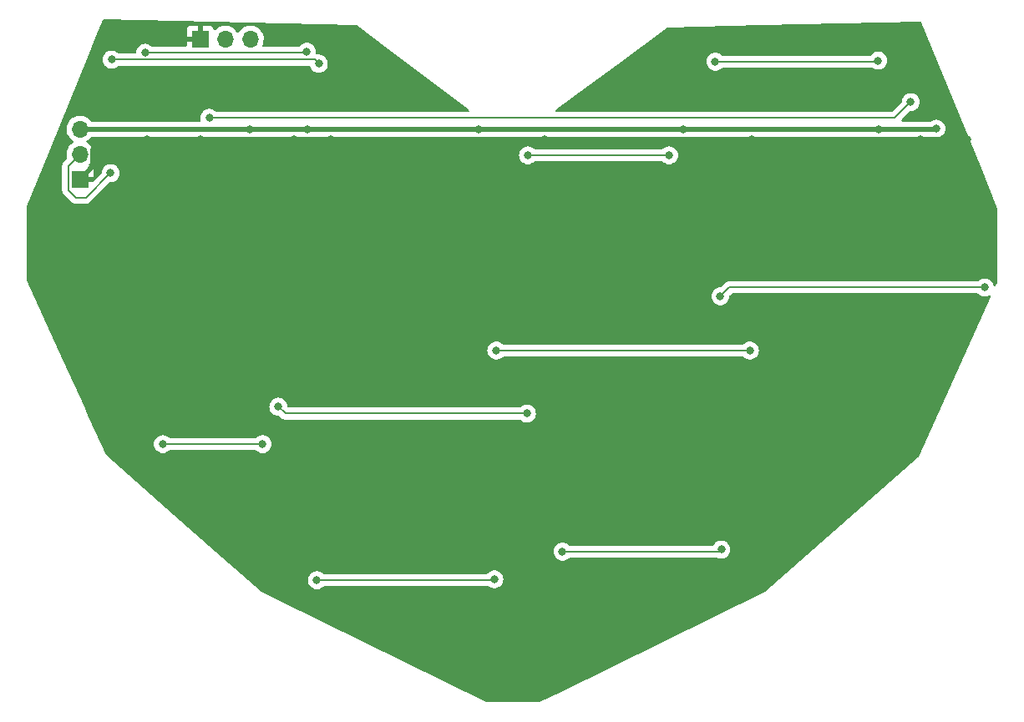
<source format=gbl>
%TF.GenerationSoftware,KiCad,Pcbnew,6.0.4-6f826c9f35~116~ubuntu20.04.1*%
%TF.CreationDate,2022-04-29T19:57:12-06:00*%
%TF.ProjectId,heart,68656172-742e-46b6-9963-61645f706362,rev?*%
%TF.SameCoordinates,Original*%
%TF.FileFunction,Copper,L2,Bot*%
%TF.FilePolarity,Positive*%
%FSLAX46Y46*%
G04 Gerber Fmt 4.6, Leading zero omitted, Abs format (unit mm)*
G04 Created by KiCad (PCBNEW 6.0.4-6f826c9f35~116~ubuntu20.04.1) date 2022-04-29 19:57:12*
%MOMM*%
%LPD*%
G01*
G04 APERTURE LIST*
%TA.AperFunction,ComponentPad*%
%ADD10R,1.700000X1.700000*%
%TD*%
%TA.AperFunction,ComponentPad*%
%ADD11O,1.700000X1.700000*%
%TD*%
%TA.AperFunction,ViaPad*%
%ADD12C,0.800000*%
%TD*%
%TA.AperFunction,Conductor*%
%ADD13C,0.200000*%
%TD*%
%TA.AperFunction,Conductor*%
%ADD14C,0.500000*%
%TD*%
G04 APERTURE END LIST*
D10*
%TO.P,J2,1,Pin_1*%
%TO.N,GND*%
X51575000Y-86300000D03*
D11*
%TO.P,J2,2,Pin_2*%
%TO.N,/SIG_OUT*%
X54115000Y-86300000D03*
%TO.P,J2,3,Pin_3*%
%TO.N,VCC*%
X56655000Y-86300000D03*
%TD*%
D10*
%TO.P,J1,1,Pin_1*%
%TO.N,GND*%
X39400000Y-100515000D03*
D11*
%TO.P,J1,2,Pin_2*%
%TO.N,/SIG_IN*%
X39400000Y-97975000D03*
%TO.P,J1,3,Pin_3*%
%TO.N,VCC*%
X39400000Y-95435000D03*
%TD*%
D12*
%TO.N,GND*%
X126500000Y-91400000D03*
X130500000Y-101900000D03*
X129200000Y-116800000D03*
X125800000Y-120300000D03*
X124300000Y-98800000D03*
X121400000Y-97800000D03*
X122300000Y-129200000D03*
X105200000Y-133900000D03*
X106300000Y-138400000D03*
X109700000Y-136800000D03*
X117600000Y-129400000D03*
X116700000Y-113700000D03*
X116600000Y-109800000D03*
X116100000Y-98000000D03*
X106000000Y-91100000D03*
X117600000Y-91500000D03*
X117400000Y-86400000D03*
X107200000Y-86500000D03*
X96700000Y-88600000D03*
X101300000Y-115900000D03*
X88500000Y-120000000D03*
X101100000Y-135300000D03*
X102100000Y-142500000D03*
X87500000Y-152100000D03*
X83900000Y-134200000D03*
X84400000Y-114500000D03*
X82900000Y-104300000D03*
X66200000Y-107400000D03*
X77600000Y-113300000D03*
X64500000Y-130900000D03*
X77400000Y-130900000D03*
X66700000Y-145400000D03*
X78200000Y-151000000D03*
X68100000Y-86600000D03*
X76600000Y-92900000D03*
X59300000Y-106900000D03*
X59300000Y-91000000D03*
X58300000Y-119000000D03*
X52000000Y-113000000D03*
X52000000Y-135000000D03*
X48000000Y-86000000D03*
X64800000Y-96500000D03*
X51600000Y-96500000D03*
%TO.N,Net-(D15-Pad2)*%
X123600000Y-92700000D03*
X52500000Y-94300000D03*
%TO.N,Net-(D13-Pad2)*%
X103800000Y-88600000D03*
X120300000Y-88500000D03*
%TO.N,Net-(D11-Pad2)*%
X84800000Y-98100000D03*
X99100000Y-98100000D03*
%TO.N,Net-(D7-Pad2)*%
X46000000Y-87700000D03*
X62400000Y-87600000D03*
%TO.N,Net-(D5-Pad2)*%
X63600000Y-88800000D03*
X42600000Y-88400000D03*
%TO.N,Net-(D3-Pad2)*%
X84700000Y-124300000D03*
X59500000Y-123600000D03*
%TO.N,Net-(D14-Pad2)*%
X107300000Y-117900000D03*
X81600000Y-117900000D03*
%TO.N,Net-(D12-Pad2)*%
X131100000Y-111500000D03*
X104300000Y-112400000D03*
%TO.N,Net-(D6-Pad2)*%
X88300000Y-138300000D03*
X104400000Y-138100000D03*
%TO.N,Net-(D4-Pad2)*%
X63400000Y-141200000D03*
X81400000Y-141100000D03*
%TO.N,Net-(D2-Pad2)*%
X47800000Y-127400000D03*
X57900000Y-127400000D03*
%TO.N,/SIG_IN*%
X42500000Y-99900000D03*
%TO.N,GND*%
X46200000Y-96500000D03*
X61100000Y-96500000D03*
X86500000Y-96500000D03*
X107500000Y-96500000D03*
X124600000Y-96500000D03*
X129300000Y-96500000D03*
%TO.N,VCC*%
X56635000Y-95435000D03*
X62465000Y-95435000D03*
X79835000Y-95435000D03*
X100565000Y-95435000D03*
X120365000Y-95435000D03*
X126200000Y-95400000D03*
%TD*%
D13*
%TO.N,Net-(D5-Pad2)*%
X42600000Y-88400000D02*
X63200000Y-88400000D01*
X63200000Y-88400000D02*
X63600000Y-88800000D01*
D14*
%TO.N,GND*%
X48000000Y-96500000D02*
X51600000Y-96500000D01*
X51600000Y-96500000D02*
X61100000Y-96500000D01*
D13*
%TO.N,Net-(D15-Pad2)*%
X123600000Y-92700000D02*
X121999980Y-94300020D01*
X121999980Y-94300020D02*
X52500020Y-94300020D01*
X52500020Y-94300020D02*
X52500000Y-94300000D01*
%TO.N,Net-(D13-Pad2)*%
X103800000Y-88600000D02*
X120200000Y-88600000D01*
X120200000Y-88600000D02*
X120300000Y-88500000D01*
%TO.N,Net-(D11-Pad2)*%
X84800000Y-98100000D02*
X99100000Y-98100000D01*
%TO.N,Net-(D7-Pad2)*%
X46000000Y-87700000D02*
X62300000Y-87700000D01*
X62300000Y-87700000D02*
X62400000Y-87600000D01*
%TO.N,Net-(D3-Pad2)*%
X84700000Y-124300000D02*
X60200000Y-124300000D01*
X60200000Y-124300000D02*
X59500000Y-123600000D01*
%TO.N,Net-(D14-Pad2)*%
X107300000Y-117900000D02*
X81600000Y-117900000D01*
%TO.N,Net-(D12-Pad2)*%
X131100000Y-111500000D02*
X105200000Y-111500000D01*
X105200000Y-111500000D02*
X104300000Y-112400000D01*
%TO.N,Net-(D6-Pad2)*%
X104200000Y-138300000D02*
X104400000Y-138100000D01*
X88300000Y-138300000D02*
X104200000Y-138300000D01*
%TO.N,Net-(D4-Pad2)*%
X63400000Y-141200000D02*
X81300000Y-141200000D01*
X81300000Y-141200000D02*
X81400000Y-141100000D01*
%TO.N,Net-(D2-Pad2)*%
X47800000Y-127400000D02*
X57900000Y-127400000D01*
%TO.N,/SIG_IN*%
X39000000Y-102414022D02*
X39985978Y-102414022D01*
X38200000Y-99175000D02*
X38200000Y-101614022D01*
X38200000Y-101614022D02*
X39000000Y-102414022D01*
X39985978Y-102414022D02*
X42500000Y-99900000D01*
X39400000Y-97975000D02*
X38200000Y-99175000D01*
D14*
%TO.N,GND*%
X41700000Y-96500000D02*
X46200000Y-96500000D01*
X46200000Y-96500000D02*
X48000000Y-96500000D01*
X61100000Y-96500000D02*
X86500000Y-96500000D01*
X86500000Y-96500000D02*
X107500000Y-96500000D01*
X107500000Y-96500000D02*
X124600000Y-96500000D01*
X124600000Y-96500000D02*
X129300000Y-96500000D01*
X39400000Y-100515000D02*
X40700000Y-99215000D01*
X40700000Y-99215000D02*
X40700000Y-97500000D01*
X40700000Y-97500000D02*
X41700000Y-96500000D01*
%TO.N,VCC*%
X39400000Y-95435000D02*
X56635000Y-95435000D01*
X56635000Y-95435000D02*
X62465000Y-95435000D01*
X62465000Y-95435000D02*
X79835000Y-95435000D01*
X79835000Y-95435000D02*
X100565000Y-95435000D01*
X100565000Y-95435000D02*
X120365000Y-95435000D01*
X120365000Y-95435000D02*
X126165000Y-95435000D01*
X126165000Y-95435000D02*
X126200000Y-95400000D01*
%TD*%
%TA.AperFunction,Conductor*%
%TO.N,GND*%
G36*
X67384093Y-84903689D02*
G01*
X67457055Y-84929042D01*
X70639935Y-87328444D01*
X78779152Y-93464161D01*
X78780140Y-93464906D01*
X78822496Y-93521884D01*
X78827323Y-93592717D01*
X78793089Y-93654914D01*
X78730662Y-93688730D01*
X78704293Y-93691520D01*
X53230728Y-93691520D01*
X53162607Y-93671518D01*
X53137092Y-93649831D01*
X53115668Y-93626037D01*
X53115666Y-93626036D01*
X53111253Y-93621134D01*
X53041102Y-93570166D01*
X52962094Y-93512763D01*
X52962093Y-93512762D01*
X52956752Y-93508882D01*
X52950724Y-93506198D01*
X52950722Y-93506197D01*
X52788319Y-93433891D01*
X52788318Y-93433891D01*
X52782288Y-93431206D01*
X52688887Y-93411353D01*
X52601944Y-93392872D01*
X52601939Y-93392872D01*
X52595487Y-93391500D01*
X52404513Y-93391500D01*
X52398061Y-93392872D01*
X52398056Y-93392872D01*
X52311113Y-93411353D01*
X52217712Y-93431206D01*
X52211682Y-93433891D01*
X52211681Y-93433891D01*
X52049278Y-93506197D01*
X52049276Y-93506198D01*
X52043248Y-93508882D01*
X51888747Y-93621134D01*
X51884326Y-93626044D01*
X51884325Y-93626045D01*
X51858601Y-93654615D01*
X51760960Y-93763056D01*
X51665473Y-93928444D01*
X51606458Y-94110072D01*
X51605768Y-94116633D01*
X51605768Y-94116635D01*
X51588691Y-94279118D01*
X51586496Y-94300000D01*
X51587186Y-94306565D01*
X51601006Y-94438051D01*
X51606458Y-94489928D01*
X51608498Y-94496206D01*
X51613488Y-94511564D01*
X51615516Y-94582531D01*
X51578853Y-94643329D01*
X51515141Y-94674655D01*
X51493655Y-94676500D01*
X40595939Y-94676500D01*
X40527818Y-94656498D01*
X40490147Y-94618941D01*
X40486151Y-94612763D01*
X40480014Y-94603277D01*
X40329670Y-94438051D01*
X40325619Y-94434852D01*
X40325615Y-94434848D01*
X40158414Y-94302800D01*
X40158410Y-94302798D01*
X40154359Y-94299598D01*
X39958789Y-94191638D01*
X39953920Y-94189914D01*
X39953916Y-94189912D01*
X39753087Y-94118795D01*
X39753083Y-94118794D01*
X39748212Y-94117069D01*
X39743119Y-94116162D01*
X39743116Y-94116161D01*
X39533373Y-94078800D01*
X39533367Y-94078799D01*
X39528284Y-94077894D01*
X39454452Y-94076992D01*
X39310081Y-94075228D01*
X39310079Y-94075228D01*
X39304911Y-94075165D01*
X39084091Y-94108955D01*
X38871756Y-94178357D01*
X38673607Y-94281507D01*
X38669474Y-94284610D01*
X38669471Y-94284612D01*
X38499100Y-94412530D01*
X38494965Y-94415635D01*
X38340629Y-94577138D01*
X38337715Y-94581410D01*
X38337714Y-94581411D01*
X38289264Y-94652436D01*
X38214743Y-94761680D01*
X38120688Y-94964305D01*
X38060989Y-95179570D01*
X38037251Y-95401695D01*
X38050110Y-95624715D01*
X38051247Y-95629761D01*
X38051248Y-95629767D01*
X38075304Y-95736508D01*
X38099222Y-95842639D01*
X38183266Y-96049616D01*
X38203570Y-96082749D01*
X38293072Y-96228803D01*
X38299987Y-96240088D01*
X38446250Y-96408938D01*
X38618126Y-96551632D01*
X38688595Y-96592811D01*
X38691445Y-96594476D01*
X38740169Y-96646114D01*
X38753240Y-96715897D01*
X38726509Y-96781669D01*
X38686055Y-96815027D01*
X38673607Y-96821507D01*
X38669474Y-96824610D01*
X38669471Y-96824612D01*
X38645247Y-96842800D01*
X38494965Y-96955635D01*
X38340629Y-97117138D01*
X38337715Y-97121410D01*
X38337714Y-97121411D01*
X38252556Y-97246249D01*
X38214743Y-97301680D01*
X38199003Y-97335590D01*
X38159295Y-97421134D01*
X38120688Y-97504305D01*
X38060989Y-97719570D01*
X38037251Y-97941695D01*
X38037548Y-97946848D01*
X38037548Y-97946851D01*
X38043011Y-98041590D01*
X38050110Y-98164715D01*
X38078329Y-98289928D01*
X38089956Y-98341521D01*
X38085420Y-98412372D01*
X38056134Y-98458317D01*
X37803766Y-98710685D01*
X37791375Y-98721552D01*
X37766013Y-98741013D01*
X37741526Y-98772925D01*
X37741523Y-98772928D01*
X37741517Y-98772936D01*
X37679090Y-98854292D01*
X37668476Y-98868124D01*
X37607162Y-99016149D01*
X37607162Y-99016150D01*
X37591500Y-99135115D01*
X37591500Y-99135120D01*
X37586250Y-99175000D01*
X37587328Y-99183188D01*
X37590422Y-99206690D01*
X37591500Y-99223136D01*
X37591500Y-101565886D01*
X37590422Y-101582329D01*
X37586250Y-101614022D01*
X37591500Y-101653902D01*
X37591500Y-101653907D01*
X37604609Y-101753479D01*
X37607162Y-101772873D01*
X37668476Y-101920898D01*
X37673503Y-101927449D01*
X37673504Y-101927451D01*
X37741520Y-102016091D01*
X37741526Y-102016097D01*
X37766013Y-102048009D01*
X37772568Y-102053039D01*
X37791379Y-102067474D01*
X37803770Y-102078341D01*
X38535685Y-102810256D01*
X38546552Y-102822647D01*
X38566013Y-102848009D01*
X38572563Y-102853035D01*
X38597921Y-102872493D01*
X38597937Y-102872507D01*
X38647305Y-102910388D01*
X38693124Y-102945546D01*
X38841149Y-103006860D01*
X38849336Y-103007938D01*
X38849337Y-103007938D01*
X38860542Y-103009413D01*
X38891738Y-103013520D01*
X38960115Y-103022522D01*
X38960118Y-103022522D01*
X38960126Y-103022523D01*
X38991811Y-103026694D01*
X39000000Y-103027772D01*
X39031693Y-103023600D01*
X39048136Y-103022522D01*
X39937842Y-103022522D01*
X39954285Y-103023600D01*
X39985978Y-103027772D01*
X39994167Y-103026694D01*
X40025852Y-103022523D01*
X40025862Y-103022522D01*
X40025863Y-103022522D01*
X40025879Y-103022520D01*
X40125435Y-103009413D01*
X40136642Y-103007938D01*
X40136644Y-103007937D01*
X40144829Y-103006860D01*
X40292854Y-102945546D01*
X40388040Y-102872507D01*
X40388047Y-102872502D01*
X40388053Y-102872496D01*
X40413412Y-102853037D01*
X40419965Y-102848009D01*
X40424995Y-102841454D01*
X40439430Y-102822643D01*
X40450297Y-102810252D01*
X42415144Y-100845405D01*
X42477456Y-100811379D01*
X42504239Y-100808500D01*
X42595487Y-100808500D01*
X42601939Y-100807128D01*
X42601944Y-100807128D01*
X42688887Y-100788647D01*
X42782288Y-100768794D01*
X42947265Y-100695342D01*
X42950722Y-100693803D01*
X42950724Y-100693802D01*
X42956752Y-100691118D01*
X43111253Y-100578866D01*
X43239040Y-100436944D01*
X43334527Y-100271556D01*
X43393542Y-100089928D01*
X43413504Y-99900000D01*
X43393542Y-99710072D01*
X43334527Y-99528444D01*
X43239040Y-99363056D01*
X43179307Y-99296715D01*
X43115675Y-99226045D01*
X43115674Y-99226044D01*
X43111253Y-99221134D01*
X42992865Y-99135120D01*
X42962094Y-99112763D01*
X42962093Y-99112762D01*
X42956752Y-99108882D01*
X42950724Y-99106198D01*
X42950722Y-99106197D01*
X42788319Y-99033891D01*
X42788318Y-99033891D01*
X42782288Y-99031206D01*
X42688888Y-99011353D01*
X42601944Y-98992872D01*
X42601939Y-98992872D01*
X42595487Y-98991500D01*
X42404513Y-98991500D01*
X42398061Y-98992872D01*
X42398056Y-98992872D01*
X42311112Y-99011353D01*
X42217712Y-99031206D01*
X42211682Y-99033891D01*
X42211681Y-99033891D01*
X42049278Y-99106197D01*
X42049276Y-99106198D01*
X42043248Y-99108882D01*
X42037907Y-99112762D01*
X42037906Y-99112763D01*
X42007135Y-99135120D01*
X41888747Y-99221134D01*
X41884326Y-99226044D01*
X41884325Y-99226045D01*
X41820694Y-99296715D01*
X41760960Y-99363056D01*
X41665473Y-99528444D01*
X41606458Y-99710072D01*
X41586496Y-99900000D01*
X41586684Y-99901786D01*
X41567184Y-99968196D01*
X41550281Y-99989170D01*
X40807356Y-100732095D01*
X40745044Y-100766121D01*
X40718261Y-100769000D01*
X39272000Y-100769000D01*
X39203879Y-100748998D01*
X39157386Y-100695342D01*
X39146000Y-100643000D01*
X39146000Y-100387000D01*
X39166002Y-100318879D01*
X39219658Y-100272386D01*
X39272000Y-100261000D01*
X40739884Y-100261000D01*
X40755123Y-100256525D01*
X40756328Y-100255135D01*
X40757999Y-100247452D01*
X40757999Y-99620331D01*
X40757629Y-99613510D01*
X40752105Y-99562648D01*
X40748479Y-99547396D01*
X40703324Y-99426946D01*
X40694786Y-99411351D01*
X40618285Y-99309276D01*
X40605724Y-99296715D01*
X40503649Y-99220214D01*
X40488054Y-99211676D01*
X40377813Y-99170348D01*
X40321049Y-99127706D01*
X40296349Y-99061145D01*
X40311557Y-98991796D01*
X40333104Y-98963115D01*
X40434430Y-98862144D01*
X40434440Y-98862132D01*
X40438096Y-98858489D01*
X40498840Y-98773955D01*
X40565435Y-98681277D01*
X40568453Y-98677077D01*
X40667430Y-98476811D01*
X40732370Y-98263069D01*
X40753839Y-98100000D01*
X83886496Y-98100000D01*
X83906458Y-98289928D01*
X83965473Y-98471556D01*
X84060960Y-98636944D01*
X84065378Y-98641851D01*
X84065379Y-98641852D01*
X84184325Y-98773955D01*
X84188747Y-98778866D01*
X84287843Y-98850864D01*
X84311600Y-98868124D01*
X84343248Y-98891118D01*
X84349276Y-98893802D01*
X84349278Y-98893803D01*
X84511681Y-98966109D01*
X84517712Y-98968794D01*
X84611112Y-98988647D01*
X84698056Y-99007128D01*
X84698061Y-99007128D01*
X84704513Y-99008500D01*
X84895487Y-99008500D01*
X84901939Y-99007128D01*
X84901944Y-99007128D01*
X84988888Y-98988647D01*
X85082288Y-98968794D01*
X85088319Y-98966109D01*
X85250722Y-98893803D01*
X85250724Y-98893802D01*
X85256752Y-98891118D01*
X85288401Y-98868124D01*
X85389671Y-98794546D01*
X85411253Y-98778866D01*
X85416593Y-98772936D01*
X85437074Y-98750189D01*
X85497520Y-98712950D01*
X85530710Y-98708500D01*
X98369290Y-98708500D01*
X98437411Y-98728502D01*
X98462926Y-98750189D01*
X98483408Y-98772936D01*
X98488747Y-98778866D01*
X98510329Y-98794546D01*
X98611600Y-98868124D01*
X98643248Y-98891118D01*
X98649276Y-98893802D01*
X98649278Y-98893803D01*
X98811681Y-98966109D01*
X98817712Y-98968794D01*
X98911112Y-98988647D01*
X98998056Y-99007128D01*
X98998061Y-99007128D01*
X99004513Y-99008500D01*
X99195487Y-99008500D01*
X99201939Y-99007128D01*
X99201944Y-99007128D01*
X99288888Y-98988647D01*
X99382288Y-98968794D01*
X99388319Y-98966109D01*
X99550722Y-98893803D01*
X99550724Y-98893802D01*
X99556752Y-98891118D01*
X99588401Y-98868124D01*
X99612157Y-98850864D01*
X99711253Y-98778866D01*
X99715675Y-98773955D01*
X99834621Y-98641852D01*
X99834622Y-98641851D01*
X99839040Y-98636944D01*
X99934527Y-98471556D01*
X99993542Y-98289928D01*
X100013504Y-98100000D01*
X99993542Y-97910072D01*
X99934527Y-97728444D01*
X99839040Y-97563056D01*
X99814411Y-97535702D01*
X99715675Y-97426045D01*
X99715674Y-97426044D01*
X99711253Y-97421134D01*
X99593512Y-97335590D01*
X99562094Y-97312763D01*
X99562093Y-97312762D01*
X99556752Y-97308882D01*
X99550724Y-97306198D01*
X99550722Y-97306197D01*
X99388319Y-97233891D01*
X99388318Y-97233891D01*
X99382288Y-97231206D01*
X99288888Y-97211353D01*
X99201944Y-97192872D01*
X99201939Y-97192872D01*
X99195487Y-97191500D01*
X99004513Y-97191500D01*
X98998061Y-97192872D01*
X98998056Y-97192872D01*
X98911113Y-97211353D01*
X98817712Y-97231206D01*
X98811682Y-97233891D01*
X98811681Y-97233891D01*
X98649278Y-97306197D01*
X98649276Y-97306198D01*
X98643248Y-97308882D01*
X98637907Y-97312762D01*
X98637906Y-97312763D01*
X98606488Y-97335590D01*
X98488747Y-97421134D01*
X98484334Y-97426036D01*
X98484332Y-97426037D01*
X98462926Y-97449811D01*
X98402480Y-97487050D01*
X98369290Y-97491500D01*
X85530710Y-97491500D01*
X85462589Y-97471498D01*
X85437074Y-97449811D01*
X85415668Y-97426037D01*
X85415666Y-97426036D01*
X85411253Y-97421134D01*
X85293512Y-97335590D01*
X85262094Y-97312763D01*
X85262093Y-97312762D01*
X85256752Y-97308882D01*
X85250724Y-97306198D01*
X85250722Y-97306197D01*
X85088319Y-97233891D01*
X85088318Y-97233891D01*
X85082288Y-97231206D01*
X84988888Y-97211353D01*
X84901944Y-97192872D01*
X84901939Y-97192872D01*
X84895487Y-97191500D01*
X84704513Y-97191500D01*
X84698061Y-97192872D01*
X84698056Y-97192872D01*
X84611113Y-97211353D01*
X84517712Y-97231206D01*
X84511682Y-97233891D01*
X84511681Y-97233891D01*
X84349278Y-97306197D01*
X84349276Y-97306198D01*
X84343248Y-97308882D01*
X84337907Y-97312762D01*
X84337906Y-97312763D01*
X84306488Y-97335590D01*
X84188747Y-97421134D01*
X84184326Y-97426044D01*
X84184325Y-97426045D01*
X84085590Y-97535702D01*
X84060960Y-97563056D01*
X83965473Y-97728444D01*
X83906458Y-97910072D01*
X83886496Y-98100000D01*
X40753839Y-98100000D01*
X40761529Y-98041590D01*
X40763156Y-97975000D01*
X40744852Y-97752361D01*
X40690431Y-97535702D01*
X40601354Y-97330840D01*
X40536010Y-97229834D01*
X40482822Y-97147617D01*
X40482820Y-97147614D01*
X40480014Y-97143277D01*
X40329670Y-96978051D01*
X40325619Y-96974852D01*
X40325615Y-96974848D01*
X40158414Y-96842800D01*
X40158410Y-96842798D01*
X40154359Y-96839598D01*
X40113053Y-96816796D01*
X40063084Y-96766364D01*
X40048312Y-96696921D01*
X40073428Y-96630516D01*
X40100780Y-96603909D01*
X40144603Y-96572650D01*
X40279860Y-96476173D01*
X40438096Y-96318489D01*
X40447670Y-96305166D01*
X40490203Y-96245974D01*
X40546198Y-96202326D01*
X40592526Y-96193500D01*
X56092413Y-96193500D01*
X56166472Y-96217563D01*
X56172902Y-96222235D01*
X56172909Y-96222239D01*
X56178248Y-96226118D01*
X56184276Y-96228802D01*
X56184278Y-96228803D01*
X56346681Y-96301109D01*
X56352712Y-96303794D01*
X56439009Y-96322137D01*
X56533056Y-96342128D01*
X56533061Y-96342128D01*
X56539513Y-96343500D01*
X56730487Y-96343500D01*
X56736939Y-96342128D01*
X56736944Y-96342128D01*
X56830991Y-96322137D01*
X56917288Y-96303794D01*
X56923319Y-96301109D01*
X57085722Y-96228803D01*
X57085724Y-96228802D01*
X57091752Y-96226118D01*
X57097091Y-96222239D01*
X57097098Y-96222235D01*
X57103528Y-96217563D01*
X57177587Y-96193500D01*
X61922413Y-96193500D01*
X61996472Y-96217563D01*
X62002902Y-96222235D01*
X62002909Y-96222239D01*
X62008248Y-96226118D01*
X62014276Y-96228802D01*
X62014278Y-96228803D01*
X62176681Y-96301109D01*
X62182712Y-96303794D01*
X62269009Y-96322137D01*
X62363056Y-96342128D01*
X62363061Y-96342128D01*
X62369513Y-96343500D01*
X62560487Y-96343500D01*
X62566939Y-96342128D01*
X62566944Y-96342128D01*
X62660991Y-96322137D01*
X62747288Y-96303794D01*
X62753319Y-96301109D01*
X62915722Y-96228803D01*
X62915724Y-96228802D01*
X62921752Y-96226118D01*
X62927091Y-96222239D01*
X62927098Y-96222235D01*
X62933528Y-96217563D01*
X63007587Y-96193500D01*
X79292413Y-96193500D01*
X79366472Y-96217563D01*
X79372902Y-96222235D01*
X79372909Y-96222239D01*
X79378248Y-96226118D01*
X79384276Y-96228802D01*
X79384278Y-96228803D01*
X79546681Y-96301109D01*
X79552712Y-96303794D01*
X79639009Y-96322137D01*
X79733056Y-96342128D01*
X79733061Y-96342128D01*
X79739513Y-96343500D01*
X79930487Y-96343500D01*
X79936939Y-96342128D01*
X79936944Y-96342128D01*
X80030991Y-96322137D01*
X80117288Y-96303794D01*
X80123319Y-96301109D01*
X80285722Y-96228803D01*
X80285724Y-96228802D01*
X80291752Y-96226118D01*
X80297091Y-96222239D01*
X80297098Y-96222235D01*
X80303528Y-96217563D01*
X80377587Y-96193500D01*
X100022413Y-96193500D01*
X100096472Y-96217563D01*
X100102902Y-96222235D01*
X100102909Y-96222239D01*
X100108248Y-96226118D01*
X100114276Y-96228802D01*
X100114278Y-96228803D01*
X100276681Y-96301109D01*
X100282712Y-96303794D01*
X100369009Y-96322137D01*
X100463056Y-96342128D01*
X100463061Y-96342128D01*
X100469513Y-96343500D01*
X100660487Y-96343500D01*
X100666939Y-96342128D01*
X100666944Y-96342128D01*
X100760991Y-96322137D01*
X100847288Y-96303794D01*
X100853319Y-96301109D01*
X101015722Y-96228803D01*
X101015724Y-96228802D01*
X101021752Y-96226118D01*
X101027091Y-96222239D01*
X101027098Y-96222235D01*
X101033528Y-96217563D01*
X101107587Y-96193500D01*
X119822413Y-96193500D01*
X119896472Y-96217563D01*
X119902902Y-96222235D01*
X119902909Y-96222239D01*
X119908248Y-96226118D01*
X119914276Y-96228802D01*
X119914278Y-96228803D01*
X120076681Y-96301109D01*
X120082712Y-96303794D01*
X120169009Y-96322137D01*
X120263056Y-96342128D01*
X120263061Y-96342128D01*
X120269513Y-96343500D01*
X120460487Y-96343500D01*
X120466939Y-96342128D01*
X120466944Y-96342128D01*
X120560991Y-96322137D01*
X120647288Y-96303794D01*
X120653319Y-96301109D01*
X120815722Y-96228803D01*
X120815724Y-96228802D01*
X120821752Y-96226118D01*
X120827091Y-96222239D01*
X120827098Y-96222235D01*
X120833528Y-96217563D01*
X120907587Y-96193500D01*
X125721815Y-96193500D01*
X125773064Y-96204393D01*
X125843357Y-96235689D01*
X125917712Y-96268794D01*
X126011113Y-96288647D01*
X126098056Y-96307128D01*
X126098061Y-96307128D01*
X126104513Y-96308500D01*
X126295487Y-96308500D01*
X126301939Y-96307128D01*
X126301944Y-96307128D01*
X126388888Y-96288647D01*
X126482288Y-96268794D01*
X126537999Y-96243990D01*
X126650722Y-96193803D01*
X126650724Y-96193802D01*
X126656752Y-96191118D01*
X126811253Y-96078866D01*
X126815675Y-96073955D01*
X126934621Y-95941852D01*
X126934622Y-95941851D01*
X126939040Y-95936944D01*
X127034527Y-95771556D01*
X127093542Y-95589928D01*
X127113504Y-95400000D01*
X127093542Y-95210072D01*
X127034527Y-95028444D01*
X126939040Y-94863056D01*
X126811253Y-94721134D01*
X126656752Y-94608882D01*
X126650724Y-94606198D01*
X126650722Y-94606197D01*
X126488319Y-94533891D01*
X126488318Y-94533891D01*
X126482288Y-94531206D01*
X126388887Y-94511353D01*
X126301944Y-94492872D01*
X126301939Y-94492872D01*
X126295487Y-94491500D01*
X126104513Y-94491500D01*
X126098061Y-94492872D01*
X126098056Y-94492872D01*
X126011112Y-94511353D01*
X125917712Y-94531206D01*
X125911682Y-94533891D01*
X125911681Y-94533891D01*
X125749278Y-94606197D01*
X125749276Y-94606198D01*
X125743248Y-94608882D01*
X125737907Y-94612762D01*
X125737906Y-94612763D01*
X125683301Y-94652436D01*
X125609240Y-94676500D01*
X122788239Y-94676500D01*
X122720118Y-94656498D01*
X122673625Y-94602842D01*
X122663521Y-94532568D01*
X122693015Y-94467988D01*
X122699144Y-94461405D01*
X123515144Y-93645405D01*
X123577456Y-93611379D01*
X123604239Y-93608500D01*
X123695487Y-93608500D01*
X123701939Y-93607128D01*
X123701944Y-93607128D01*
X123788887Y-93588647D01*
X123882288Y-93568794D01*
X123929918Y-93547588D01*
X124050722Y-93493803D01*
X124050724Y-93493802D01*
X124056752Y-93491118D01*
X124067915Y-93483008D01*
X124191975Y-93392872D01*
X124211253Y-93378866D01*
X124339040Y-93236944D01*
X124434527Y-93071556D01*
X124493542Y-92889928D01*
X124513504Y-92700000D01*
X124493542Y-92510072D01*
X124434527Y-92328444D01*
X124339040Y-92163056D01*
X124211253Y-92021134D01*
X124056752Y-91908882D01*
X124050724Y-91906198D01*
X124050722Y-91906197D01*
X123888319Y-91833891D01*
X123888318Y-91833891D01*
X123882288Y-91831206D01*
X123788888Y-91811353D01*
X123701944Y-91792872D01*
X123701939Y-91792872D01*
X123695487Y-91791500D01*
X123504513Y-91791500D01*
X123498061Y-91792872D01*
X123498056Y-91792872D01*
X123411112Y-91811353D01*
X123317712Y-91831206D01*
X123311682Y-91833891D01*
X123311681Y-91833891D01*
X123149278Y-91906197D01*
X123149276Y-91906198D01*
X123143248Y-91908882D01*
X122988747Y-92021134D01*
X122860960Y-92163056D01*
X122765473Y-92328444D01*
X122706458Y-92510072D01*
X122686496Y-92700000D01*
X122686684Y-92701786D01*
X122667184Y-92768196D01*
X122650281Y-92789170D01*
X121784836Y-93654615D01*
X121722524Y-93688641D01*
X121695741Y-93691520D01*
X87727297Y-93691520D01*
X87659176Y-93671518D01*
X87612683Y-93617862D01*
X87602579Y-93547588D01*
X87632073Y-93483008D01*
X87652448Y-93464161D01*
X89606547Y-92021134D01*
X94239333Y-88600000D01*
X102886496Y-88600000D01*
X102887186Y-88606565D01*
X102905129Y-88777279D01*
X102906458Y-88789928D01*
X102965473Y-88971556D01*
X103060960Y-89136944D01*
X103065378Y-89141851D01*
X103065379Y-89141852D01*
X103179678Y-89268794D01*
X103188747Y-89278866D01*
X103343248Y-89391118D01*
X103349276Y-89393802D01*
X103349278Y-89393803D01*
X103511681Y-89466109D01*
X103517712Y-89468794D01*
X103583365Y-89482749D01*
X103698056Y-89507128D01*
X103698061Y-89507128D01*
X103704513Y-89508500D01*
X103895487Y-89508500D01*
X103901939Y-89507128D01*
X103901944Y-89507128D01*
X104016635Y-89482749D01*
X104082288Y-89468794D01*
X104088319Y-89466109D01*
X104250722Y-89393803D01*
X104250724Y-89393802D01*
X104256752Y-89391118D01*
X104370466Y-89308500D01*
X104399731Y-89287237D01*
X104411253Y-89278866D01*
X104422740Y-89266109D01*
X104437074Y-89250189D01*
X104497520Y-89212950D01*
X104530710Y-89208500D01*
X119688595Y-89208500D01*
X119756716Y-89228502D01*
X119762656Y-89232564D01*
X119831724Y-89282745D01*
X119843248Y-89291118D01*
X119849276Y-89293802D01*
X119849278Y-89293803D01*
X119933332Y-89331226D01*
X120017712Y-89368794D01*
X120104479Y-89387237D01*
X120198056Y-89407128D01*
X120198061Y-89407128D01*
X120204513Y-89408500D01*
X120395487Y-89408500D01*
X120401939Y-89407128D01*
X120401944Y-89407128D01*
X120495521Y-89387237D01*
X120582288Y-89368794D01*
X120666668Y-89331226D01*
X120750722Y-89293803D01*
X120750724Y-89293802D01*
X120756752Y-89291118D01*
X120768277Y-89282745D01*
X120842935Y-89228502D01*
X120911253Y-89178866D01*
X120917835Y-89171556D01*
X121034621Y-89041852D01*
X121034622Y-89041851D01*
X121039040Y-89036944D01*
X121134527Y-88871556D01*
X121193542Y-88689928D01*
X121203393Y-88596206D01*
X121212814Y-88506565D01*
X121213504Y-88500000D01*
X121203684Y-88406565D01*
X121194232Y-88316635D01*
X121194232Y-88316633D01*
X121193542Y-88310072D01*
X121134527Y-88128444D01*
X121039040Y-87963056D01*
X120911253Y-87821134D01*
X120780364Y-87726037D01*
X120762094Y-87712763D01*
X120762093Y-87712762D01*
X120756752Y-87708882D01*
X120750724Y-87706198D01*
X120750722Y-87706197D01*
X120588319Y-87633891D01*
X120588318Y-87633891D01*
X120582288Y-87631206D01*
X120488887Y-87611353D01*
X120401944Y-87592872D01*
X120401939Y-87592872D01*
X120395487Y-87591500D01*
X120204513Y-87591500D01*
X120198061Y-87592872D01*
X120198056Y-87592872D01*
X120111113Y-87611353D01*
X120017712Y-87631206D01*
X120011682Y-87633891D01*
X120011681Y-87633891D01*
X119849278Y-87706197D01*
X119849276Y-87706198D01*
X119843248Y-87708882D01*
X119837907Y-87712762D01*
X119837906Y-87712763D01*
X119819636Y-87726037D01*
X119688747Y-87821134D01*
X119602200Y-87917255D01*
X119572887Y-87949810D01*
X119512441Y-87987050D01*
X119479251Y-87991500D01*
X104530710Y-87991500D01*
X104462589Y-87971498D01*
X104437074Y-87949811D01*
X104415668Y-87926037D01*
X104415666Y-87926036D01*
X104411253Y-87921134D01*
X104372354Y-87892872D01*
X104262094Y-87812763D01*
X104262093Y-87812762D01*
X104256752Y-87808882D01*
X104250724Y-87806198D01*
X104250722Y-87806197D01*
X104088319Y-87733891D01*
X104088318Y-87733891D01*
X104082288Y-87731206D01*
X103988888Y-87711353D01*
X103901944Y-87692872D01*
X103901939Y-87692872D01*
X103895487Y-87691500D01*
X103704513Y-87691500D01*
X103698061Y-87692872D01*
X103698056Y-87692872D01*
X103611112Y-87711353D01*
X103517712Y-87731206D01*
X103511682Y-87733891D01*
X103511681Y-87733891D01*
X103349278Y-87806197D01*
X103349276Y-87806198D01*
X103343248Y-87808882D01*
X103337907Y-87812762D01*
X103337906Y-87812763D01*
X103319625Y-87826045D01*
X103188747Y-87921134D01*
X103184326Y-87926044D01*
X103184325Y-87926045D01*
X103177261Y-87933891D01*
X103060960Y-88063056D01*
X102965473Y-88228444D01*
X102906458Y-88410072D01*
X102905768Y-88416633D01*
X102905768Y-88416635D01*
X102904527Y-88428444D01*
X102886496Y-88600000D01*
X94239333Y-88600000D01*
X98940490Y-85128377D01*
X99012454Y-85103769D01*
X108542113Y-84885532D01*
X124574414Y-84518379D01*
X124642974Y-84536816D01*
X124690683Y-84589393D01*
X124693987Y-84596812D01*
X130646705Y-99214880D01*
X132382195Y-103476716D01*
X132391500Y-103524236D01*
X132391500Y-110963119D01*
X132380294Y-111015065D01*
X132328064Y-111130488D01*
X132232242Y-111342242D01*
X132185935Y-111396058D01*
X132117884Y-111416295D01*
X132049694Y-111396529D01*
X132003016Y-111343034D01*
X131994224Y-111316561D01*
X131993542Y-111310072D01*
X131934527Y-111128444D01*
X131920282Y-111103770D01*
X131842341Y-110968774D01*
X131839040Y-110963056D01*
X131711253Y-110821134D01*
X131556752Y-110708882D01*
X131550724Y-110706198D01*
X131550722Y-110706197D01*
X131388319Y-110633891D01*
X131388318Y-110633891D01*
X131382288Y-110631206D01*
X131288887Y-110611353D01*
X131201944Y-110592872D01*
X131201939Y-110592872D01*
X131195487Y-110591500D01*
X131004513Y-110591500D01*
X130998061Y-110592872D01*
X130998056Y-110592872D01*
X130911113Y-110611353D01*
X130817712Y-110631206D01*
X130811682Y-110633891D01*
X130811681Y-110633891D01*
X130649278Y-110706197D01*
X130649276Y-110706198D01*
X130643248Y-110708882D01*
X130488747Y-110821134D01*
X130484334Y-110826036D01*
X130484332Y-110826037D01*
X130462926Y-110849811D01*
X130402480Y-110887050D01*
X130369290Y-110891500D01*
X105248136Y-110891500D01*
X105231690Y-110890422D01*
X105208188Y-110887328D01*
X105200000Y-110886250D01*
X105191812Y-110887328D01*
X105160129Y-110891499D01*
X105160120Y-110891500D01*
X105160115Y-110891500D01*
X105041150Y-110907162D01*
X104962804Y-110939614D01*
X104893124Y-110968476D01*
X104797928Y-111041523D01*
X104797925Y-111041526D01*
X104766013Y-111066013D01*
X104760983Y-111072568D01*
X104746548Y-111091379D01*
X104735681Y-111103770D01*
X104384856Y-111454595D01*
X104322544Y-111488621D01*
X104295761Y-111491500D01*
X104204513Y-111491500D01*
X104198061Y-111492872D01*
X104198056Y-111492872D01*
X104111113Y-111511353D01*
X104017712Y-111531206D01*
X104011682Y-111533891D01*
X104011681Y-111533891D01*
X103849278Y-111606197D01*
X103849276Y-111606198D01*
X103843248Y-111608882D01*
X103688747Y-111721134D01*
X103560960Y-111863056D01*
X103465473Y-112028444D01*
X103406458Y-112210072D01*
X103386496Y-112400000D01*
X103387186Y-112406565D01*
X103392243Y-112454675D01*
X103406458Y-112589928D01*
X103465473Y-112771556D01*
X103560960Y-112936944D01*
X103688747Y-113078866D01*
X103843248Y-113191118D01*
X103849276Y-113193802D01*
X103849278Y-113193803D01*
X104011681Y-113266109D01*
X104017712Y-113268794D01*
X104111113Y-113288647D01*
X104198056Y-113307128D01*
X104198061Y-113307128D01*
X104204513Y-113308500D01*
X104395487Y-113308500D01*
X104401939Y-113307128D01*
X104401944Y-113307128D01*
X104488888Y-113288647D01*
X104582288Y-113268794D01*
X104588319Y-113266109D01*
X104750722Y-113193803D01*
X104750724Y-113193802D01*
X104756752Y-113191118D01*
X104911253Y-113078866D01*
X105039040Y-112936944D01*
X105134527Y-112771556D01*
X105193542Y-112589928D01*
X105207758Y-112454675D01*
X105212814Y-112406565D01*
X105213504Y-112400000D01*
X105213316Y-112398214D01*
X105232816Y-112331804D01*
X105249719Y-112310830D01*
X105415144Y-112145405D01*
X105477456Y-112111379D01*
X105504239Y-112108500D01*
X130369290Y-112108500D01*
X130437411Y-112128502D01*
X130462926Y-112150189D01*
X130488747Y-112178866D01*
X130643248Y-112291118D01*
X130649276Y-112293802D01*
X130649278Y-112293803D01*
X130788765Y-112355906D01*
X130817712Y-112368794D01*
X130911112Y-112388647D01*
X130998056Y-112407128D01*
X130998061Y-112407128D01*
X131004513Y-112408500D01*
X131195487Y-112408500D01*
X131201939Y-112407128D01*
X131201944Y-112407128D01*
X131288888Y-112388647D01*
X131382288Y-112368794D01*
X131556752Y-112291118D01*
X131557197Y-112292118D01*
X131620059Y-112276872D01*
X131687150Y-112300096D01*
X131731034Y-112355906D01*
X131737779Y-112426581D01*
X131728852Y-112454671D01*
X124464233Y-128508586D01*
X124393134Y-128665707D01*
X124361526Y-128708397D01*
X108827663Y-142362366D01*
X108800041Y-142380815D01*
X88199313Y-152502042D01*
X86008112Y-153578588D01*
X85952551Y-153591500D01*
X80647449Y-153591500D01*
X80591888Y-153578588D01*
X59619261Y-143274646D01*
X57800208Y-142380937D01*
X57772504Y-142362416D01*
X57772448Y-142362366D01*
X56452332Y-141200000D01*
X62486496Y-141200000D01*
X62487186Y-141206565D01*
X62496608Y-141296206D01*
X62506458Y-141389928D01*
X62565473Y-141571556D01*
X62660960Y-141736944D01*
X62665378Y-141741851D01*
X62665379Y-141741852D01*
X62762926Y-141850189D01*
X62788747Y-141878866D01*
X62943248Y-141991118D01*
X62949276Y-141993802D01*
X62949278Y-141993803D01*
X63111681Y-142066109D01*
X63117712Y-142068794D01*
X63211112Y-142088647D01*
X63298056Y-142107128D01*
X63298061Y-142107128D01*
X63304513Y-142108500D01*
X63495487Y-142108500D01*
X63501939Y-142107128D01*
X63501944Y-142107128D01*
X63588888Y-142088647D01*
X63682288Y-142068794D01*
X63688319Y-142066109D01*
X63850722Y-141993803D01*
X63850724Y-141993802D01*
X63856752Y-141991118D01*
X64011253Y-141878866D01*
X64037074Y-141850189D01*
X64097520Y-141812950D01*
X64130710Y-141808500D01*
X80788595Y-141808500D01*
X80856716Y-141828502D01*
X80862656Y-141832564D01*
X80931724Y-141882745D01*
X80943248Y-141891118D01*
X80949276Y-141893802D01*
X80949278Y-141893803D01*
X81111681Y-141966109D01*
X81117712Y-141968794D01*
X81204479Y-141987237D01*
X81298056Y-142007128D01*
X81298061Y-142007128D01*
X81304513Y-142008500D01*
X81495487Y-142008500D01*
X81501939Y-142007128D01*
X81501944Y-142007128D01*
X81595521Y-141987237D01*
X81682288Y-141968794D01*
X81688319Y-141966109D01*
X81850722Y-141893803D01*
X81850724Y-141893802D01*
X81856752Y-141891118D01*
X81868277Y-141882745D01*
X81942935Y-141828502D01*
X82011253Y-141778866D01*
X82139040Y-141636944D01*
X82234527Y-141471556D01*
X82293542Y-141289928D01*
X82313504Y-141100000D01*
X82304052Y-141010072D01*
X82294232Y-140916635D01*
X82294232Y-140916633D01*
X82293542Y-140910072D01*
X82234527Y-140728444D01*
X82139040Y-140563056D01*
X82011253Y-140421134D01*
X81856752Y-140308882D01*
X81850724Y-140306198D01*
X81850722Y-140306197D01*
X81688319Y-140233891D01*
X81688318Y-140233891D01*
X81682288Y-140231206D01*
X81588887Y-140211353D01*
X81501944Y-140192872D01*
X81501939Y-140192872D01*
X81495487Y-140191500D01*
X81304513Y-140191500D01*
X81298061Y-140192872D01*
X81298056Y-140192872D01*
X81211113Y-140211353D01*
X81117712Y-140231206D01*
X81111682Y-140233891D01*
X81111681Y-140233891D01*
X80949278Y-140306197D01*
X80949276Y-140306198D01*
X80943248Y-140308882D01*
X80788747Y-140421134D01*
X80702200Y-140517255D01*
X80672887Y-140549810D01*
X80612441Y-140587050D01*
X80579251Y-140591500D01*
X64130710Y-140591500D01*
X64062589Y-140571498D01*
X64037074Y-140549811D01*
X64015668Y-140526037D01*
X64015666Y-140526036D01*
X64011253Y-140521134D01*
X63880375Y-140426045D01*
X63862094Y-140412763D01*
X63862093Y-140412762D01*
X63856752Y-140408882D01*
X63850724Y-140406198D01*
X63850722Y-140406197D01*
X63688319Y-140333891D01*
X63688318Y-140333891D01*
X63682288Y-140331206D01*
X63588887Y-140311353D01*
X63501944Y-140292872D01*
X63501939Y-140292872D01*
X63495487Y-140291500D01*
X63304513Y-140291500D01*
X63298061Y-140292872D01*
X63298056Y-140292872D01*
X63211113Y-140311353D01*
X63117712Y-140331206D01*
X63111682Y-140333891D01*
X63111681Y-140333891D01*
X62949278Y-140406197D01*
X62949276Y-140406198D01*
X62943248Y-140408882D01*
X62937907Y-140412762D01*
X62937906Y-140412763D01*
X62919625Y-140426045D01*
X62788747Y-140521134D01*
X62660960Y-140663056D01*
X62565473Y-140828444D01*
X62506458Y-141010072D01*
X62486496Y-141200000D01*
X56452332Y-141200000D01*
X53158761Y-138300000D01*
X87386496Y-138300000D01*
X87387186Y-138306565D01*
X87405129Y-138477279D01*
X87406458Y-138489928D01*
X87465473Y-138671556D01*
X87560960Y-138836944D01*
X87565378Y-138841851D01*
X87565379Y-138841852D01*
X87679678Y-138968794D01*
X87688747Y-138978866D01*
X87843248Y-139091118D01*
X87849276Y-139093802D01*
X87849278Y-139093803D01*
X88011681Y-139166109D01*
X88017712Y-139168794D01*
X88111112Y-139188647D01*
X88198056Y-139207128D01*
X88198061Y-139207128D01*
X88204513Y-139208500D01*
X88395487Y-139208500D01*
X88401939Y-139207128D01*
X88401944Y-139207128D01*
X88488888Y-139188647D01*
X88582288Y-139168794D01*
X88588319Y-139166109D01*
X88750722Y-139093803D01*
X88750724Y-139093802D01*
X88756752Y-139091118D01*
X88870466Y-139008500D01*
X88889671Y-138994546D01*
X88911253Y-138978866D01*
X88922740Y-138966109D01*
X88937074Y-138950189D01*
X88997520Y-138912950D01*
X89030710Y-138908500D01*
X103955506Y-138908500D01*
X104006755Y-138919393D01*
X104117712Y-138968794D01*
X104183365Y-138982749D01*
X104298056Y-139007128D01*
X104298061Y-139007128D01*
X104304513Y-139008500D01*
X104495487Y-139008500D01*
X104501939Y-139007128D01*
X104501944Y-139007128D01*
X104616635Y-138982749D01*
X104682288Y-138968794D01*
X104724076Y-138950189D01*
X104850722Y-138893803D01*
X104850724Y-138893802D01*
X104856752Y-138891118D01*
X105011253Y-138778866D01*
X105139040Y-138636944D01*
X105234527Y-138471556D01*
X105293542Y-138289928D01*
X105313504Y-138100000D01*
X105295473Y-137928444D01*
X105294232Y-137916635D01*
X105294232Y-137916633D01*
X105293542Y-137910072D01*
X105234527Y-137728444D01*
X105139040Y-137563056D01*
X105022740Y-137433891D01*
X105015675Y-137426045D01*
X105015674Y-137426044D01*
X105011253Y-137421134D01*
X104856752Y-137308882D01*
X104850724Y-137306198D01*
X104850722Y-137306197D01*
X104688319Y-137233891D01*
X104688318Y-137233891D01*
X104682288Y-137231206D01*
X104588888Y-137211353D01*
X104501944Y-137192872D01*
X104501939Y-137192872D01*
X104495487Y-137191500D01*
X104304513Y-137191500D01*
X104298061Y-137192872D01*
X104298056Y-137192872D01*
X104211112Y-137211353D01*
X104117712Y-137231206D01*
X104111682Y-137233891D01*
X104111681Y-137233891D01*
X103949278Y-137306197D01*
X103949276Y-137306198D01*
X103943248Y-137308882D01*
X103788747Y-137421134D01*
X103784326Y-137426044D01*
X103784325Y-137426045D01*
X103777261Y-137433891D01*
X103660960Y-137563056D01*
X103657659Y-137568774D01*
X103623176Y-137628500D01*
X103571794Y-137677493D01*
X103514057Y-137691500D01*
X89030710Y-137691500D01*
X88962589Y-137671498D01*
X88937074Y-137649811D01*
X88915668Y-137626037D01*
X88915666Y-137626036D01*
X88911253Y-137621134D01*
X88756752Y-137508882D01*
X88750724Y-137506198D01*
X88750722Y-137506197D01*
X88588319Y-137433891D01*
X88588318Y-137433891D01*
X88582288Y-137431206D01*
X88488888Y-137411353D01*
X88401944Y-137392872D01*
X88401939Y-137392872D01*
X88395487Y-137391500D01*
X88204513Y-137391500D01*
X88198061Y-137392872D01*
X88198056Y-137392872D01*
X88111112Y-137411353D01*
X88017712Y-137431206D01*
X88011682Y-137433891D01*
X88011681Y-137433891D01*
X87849278Y-137506197D01*
X87849276Y-137506198D01*
X87843248Y-137508882D01*
X87688747Y-137621134D01*
X87560960Y-137763056D01*
X87465473Y-137928444D01*
X87406458Y-138110072D01*
X87386496Y-138300000D01*
X53158761Y-138300000D01*
X48911035Y-134559864D01*
X42038512Y-128508586D01*
X42006984Y-128465966D01*
X41524620Y-127400000D01*
X46886496Y-127400000D01*
X46906458Y-127589928D01*
X46965473Y-127771556D01*
X47060960Y-127936944D01*
X47188747Y-128078866D01*
X47343248Y-128191118D01*
X47349276Y-128193802D01*
X47349278Y-128193803D01*
X47511681Y-128266109D01*
X47517712Y-128268794D01*
X47611112Y-128288647D01*
X47698056Y-128307128D01*
X47698061Y-128307128D01*
X47704513Y-128308500D01*
X47895487Y-128308500D01*
X47901939Y-128307128D01*
X47901944Y-128307128D01*
X47988888Y-128288647D01*
X48082288Y-128268794D01*
X48088319Y-128266109D01*
X48250722Y-128193803D01*
X48250724Y-128193802D01*
X48256752Y-128191118D01*
X48411253Y-128078866D01*
X48437074Y-128050189D01*
X48497520Y-128012950D01*
X48530710Y-128008500D01*
X57169290Y-128008500D01*
X57237411Y-128028502D01*
X57262926Y-128050189D01*
X57288747Y-128078866D01*
X57443248Y-128191118D01*
X57449276Y-128193802D01*
X57449278Y-128193803D01*
X57611681Y-128266109D01*
X57617712Y-128268794D01*
X57711112Y-128288647D01*
X57798056Y-128307128D01*
X57798061Y-128307128D01*
X57804513Y-128308500D01*
X57995487Y-128308500D01*
X58001939Y-128307128D01*
X58001944Y-128307128D01*
X58088888Y-128288647D01*
X58182288Y-128268794D01*
X58188319Y-128266109D01*
X58350722Y-128193803D01*
X58350724Y-128193802D01*
X58356752Y-128191118D01*
X58511253Y-128078866D01*
X58639040Y-127936944D01*
X58734527Y-127771556D01*
X58793542Y-127589928D01*
X58813504Y-127400000D01*
X58793542Y-127210072D01*
X58734527Y-127028444D01*
X58639040Y-126863056D01*
X58511253Y-126721134D01*
X58356752Y-126608882D01*
X58350724Y-126606198D01*
X58350722Y-126606197D01*
X58188319Y-126533891D01*
X58188318Y-126533891D01*
X58182288Y-126531206D01*
X58088888Y-126511353D01*
X58001944Y-126492872D01*
X58001939Y-126492872D01*
X57995487Y-126491500D01*
X57804513Y-126491500D01*
X57798061Y-126492872D01*
X57798056Y-126492872D01*
X57711112Y-126511353D01*
X57617712Y-126531206D01*
X57611682Y-126533891D01*
X57611681Y-126533891D01*
X57449278Y-126606197D01*
X57449276Y-126606198D01*
X57443248Y-126608882D01*
X57288747Y-126721134D01*
X57284334Y-126726036D01*
X57284332Y-126726037D01*
X57262926Y-126749811D01*
X57202480Y-126787050D01*
X57169290Y-126791500D01*
X48530710Y-126791500D01*
X48462589Y-126771498D01*
X48437074Y-126749811D01*
X48415668Y-126726037D01*
X48415666Y-126726036D01*
X48411253Y-126721134D01*
X48256752Y-126608882D01*
X48250724Y-126606198D01*
X48250722Y-126606197D01*
X48088319Y-126533891D01*
X48088318Y-126533891D01*
X48082288Y-126531206D01*
X47988888Y-126511353D01*
X47901944Y-126492872D01*
X47901939Y-126492872D01*
X47895487Y-126491500D01*
X47704513Y-126491500D01*
X47698061Y-126492872D01*
X47698056Y-126492872D01*
X47611112Y-126511353D01*
X47517712Y-126531206D01*
X47511682Y-126533891D01*
X47511681Y-126533891D01*
X47349278Y-126606197D01*
X47349276Y-126606198D01*
X47343248Y-126608882D01*
X47188747Y-126721134D01*
X47060960Y-126863056D01*
X46965473Y-127028444D01*
X46906458Y-127210072D01*
X46886496Y-127400000D01*
X41524620Y-127400000D01*
X40289961Y-124671556D01*
X39805067Y-123600000D01*
X58586496Y-123600000D01*
X58587186Y-123606565D01*
X58604235Y-123768774D01*
X58606458Y-123789928D01*
X58665473Y-123971556D01*
X58760960Y-124136944D01*
X58888747Y-124278866D01*
X59043248Y-124391118D01*
X59049276Y-124393802D01*
X59049278Y-124393803D01*
X59211681Y-124466109D01*
X59217712Y-124468794D01*
X59286263Y-124483365D01*
X59398056Y-124507128D01*
X59398061Y-124507128D01*
X59404513Y-124508500D01*
X59495761Y-124508500D01*
X59563882Y-124528502D01*
X59584856Y-124545405D01*
X59735685Y-124696234D01*
X59746552Y-124708625D01*
X59766013Y-124733987D01*
X59772563Y-124739013D01*
X59797925Y-124758474D01*
X59797928Y-124758477D01*
X59867318Y-124811722D01*
X59886570Y-124826495D01*
X59886574Y-124826497D01*
X59893125Y-124831524D01*
X60041150Y-124892838D01*
X60160115Y-124908500D01*
X60160120Y-124908500D01*
X60160129Y-124908501D01*
X60191812Y-124912672D01*
X60200000Y-124913750D01*
X60231693Y-124909578D01*
X60248136Y-124908500D01*
X83969290Y-124908500D01*
X84037411Y-124928502D01*
X84062926Y-124950189D01*
X84088747Y-124978866D01*
X84243248Y-125091118D01*
X84249276Y-125093802D01*
X84249278Y-125093803D01*
X84411681Y-125166109D01*
X84417712Y-125168794D01*
X84511113Y-125188647D01*
X84598056Y-125207128D01*
X84598061Y-125207128D01*
X84604513Y-125208500D01*
X84795487Y-125208500D01*
X84801939Y-125207128D01*
X84801944Y-125207128D01*
X84888887Y-125188647D01*
X84982288Y-125168794D01*
X84988319Y-125166109D01*
X85150722Y-125093803D01*
X85150724Y-125093802D01*
X85156752Y-125091118D01*
X85311253Y-124978866D01*
X85439040Y-124836944D01*
X85534527Y-124671556D01*
X85593542Y-124489928D01*
X85596046Y-124466109D01*
X85612814Y-124306565D01*
X85613504Y-124300000D01*
X85596882Y-124141852D01*
X85594232Y-124116635D01*
X85594232Y-124116633D01*
X85593542Y-124110072D01*
X85534527Y-123928444D01*
X85439040Y-123763056D01*
X85311253Y-123621134D01*
X85156752Y-123508882D01*
X85150724Y-123506198D01*
X85150722Y-123506197D01*
X84988319Y-123433891D01*
X84988318Y-123433891D01*
X84982288Y-123431206D01*
X84882861Y-123410072D01*
X84801944Y-123392872D01*
X84801939Y-123392872D01*
X84795487Y-123391500D01*
X84604513Y-123391500D01*
X84598061Y-123392872D01*
X84598056Y-123392872D01*
X84517139Y-123410072D01*
X84417712Y-123431206D01*
X84411682Y-123433891D01*
X84411681Y-123433891D01*
X84249278Y-123506197D01*
X84249276Y-123506198D01*
X84243248Y-123508882D01*
X84088747Y-123621134D01*
X84084334Y-123626036D01*
X84084332Y-123626037D01*
X84062926Y-123649811D01*
X84002480Y-123687050D01*
X83969290Y-123691500D01*
X60536572Y-123691500D01*
X60468451Y-123671498D01*
X60421958Y-123617842D01*
X60411262Y-123578670D01*
X60394232Y-123416635D01*
X60394232Y-123416633D01*
X60393542Y-123410072D01*
X60334527Y-123228444D01*
X60239040Y-123063056D01*
X60111253Y-122921134D01*
X59956752Y-122808882D01*
X59950724Y-122806198D01*
X59950722Y-122806197D01*
X59788319Y-122733891D01*
X59788318Y-122733891D01*
X59782288Y-122731206D01*
X59688887Y-122711353D01*
X59601944Y-122692872D01*
X59601939Y-122692872D01*
X59595487Y-122691500D01*
X59404513Y-122691500D01*
X59398061Y-122692872D01*
X59398056Y-122692872D01*
X59311113Y-122711353D01*
X59217712Y-122731206D01*
X59211682Y-122733891D01*
X59211681Y-122733891D01*
X59049278Y-122806197D01*
X59049276Y-122806198D01*
X59043248Y-122808882D01*
X58888747Y-122921134D01*
X58760960Y-123063056D01*
X58665473Y-123228444D01*
X58606458Y-123410072D01*
X58605768Y-123416633D01*
X58605768Y-123416635D01*
X58596355Y-123506197D01*
X58586496Y-123600000D01*
X39805067Y-123600000D01*
X37225737Y-117900000D01*
X80686496Y-117900000D01*
X80706458Y-118089928D01*
X80765473Y-118271556D01*
X80860960Y-118436944D01*
X80988747Y-118578866D01*
X81143248Y-118691118D01*
X81149276Y-118693802D01*
X81149278Y-118693803D01*
X81311681Y-118766109D01*
X81317712Y-118768794D01*
X81411112Y-118788647D01*
X81498056Y-118807128D01*
X81498061Y-118807128D01*
X81504513Y-118808500D01*
X81695487Y-118808500D01*
X81701939Y-118807128D01*
X81701944Y-118807128D01*
X81788888Y-118788647D01*
X81882288Y-118768794D01*
X81888319Y-118766109D01*
X82050722Y-118693803D01*
X82050724Y-118693802D01*
X82056752Y-118691118D01*
X82211253Y-118578866D01*
X82237074Y-118550189D01*
X82297520Y-118512950D01*
X82330710Y-118508500D01*
X106569290Y-118508500D01*
X106637411Y-118528502D01*
X106662926Y-118550189D01*
X106688747Y-118578866D01*
X106843248Y-118691118D01*
X106849276Y-118693802D01*
X106849278Y-118693803D01*
X107011681Y-118766109D01*
X107017712Y-118768794D01*
X107111112Y-118788647D01*
X107198056Y-118807128D01*
X107198061Y-118807128D01*
X107204513Y-118808500D01*
X107395487Y-118808500D01*
X107401939Y-118807128D01*
X107401944Y-118807128D01*
X107488888Y-118788647D01*
X107582288Y-118768794D01*
X107588319Y-118766109D01*
X107750722Y-118693803D01*
X107750724Y-118693802D01*
X107756752Y-118691118D01*
X107911253Y-118578866D01*
X108039040Y-118436944D01*
X108134527Y-118271556D01*
X108193542Y-118089928D01*
X108213504Y-117900000D01*
X108193542Y-117710072D01*
X108134527Y-117528444D01*
X108039040Y-117363056D01*
X107911253Y-117221134D01*
X107756752Y-117108882D01*
X107750724Y-117106198D01*
X107750722Y-117106197D01*
X107588319Y-117033891D01*
X107588318Y-117033891D01*
X107582288Y-117031206D01*
X107488888Y-117011353D01*
X107401944Y-116992872D01*
X107401939Y-116992872D01*
X107395487Y-116991500D01*
X107204513Y-116991500D01*
X107198061Y-116992872D01*
X107198056Y-116992872D01*
X107111112Y-117011353D01*
X107017712Y-117031206D01*
X107011682Y-117033891D01*
X107011681Y-117033891D01*
X106849278Y-117106197D01*
X106849276Y-117106198D01*
X106843248Y-117108882D01*
X106688747Y-117221134D01*
X106684334Y-117226036D01*
X106684332Y-117226037D01*
X106662926Y-117249811D01*
X106602480Y-117287050D01*
X106569290Y-117291500D01*
X82330710Y-117291500D01*
X82262589Y-117271498D01*
X82237074Y-117249811D01*
X82215668Y-117226037D01*
X82215666Y-117226036D01*
X82211253Y-117221134D01*
X82056752Y-117108882D01*
X82050724Y-117106198D01*
X82050722Y-117106197D01*
X81888319Y-117033891D01*
X81888318Y-117033891D01*
X81882288Y-117031206D01*
X81788888Y-117011353D01*
X81701944Y-116992872D01*
X81701939Y-116992872D01*
X81695487Y-116991500D01*
X81504513Y-116991500D01*
X81498061Y-116992872D01*
X81498056Y-116992872D01*
X81411112Y-117011353D01*
X81317712Y-117031206D01*
X81311682Y-117033891D01*
X81311681Y-117033891D01*
X81149278Y-117106197D01*
X81149276Y-117106198D01*
X81143248Y-117108882D01*
X80988747Y-117221134D01*
X80860960Y-117363056D01*
X80765473Y-117528444D01*
X80706458Y-117710072D01*
X80686496Y-117900000D01*
X37225737Y-117900000D01*
X34019706Y-110815067D01*
X34008500Y-110763121D01*
X34008500Y-103324235D01*
X34017805Y-103276715D01*
X35613510Y-99358148D01*
X40075849Y-88400000D01*
X41686496Y-88400000D01*
X41706458Y-88589928D01*
X41765473Y-88771556D01*
X41860960Y-88936944D01*
X41865378Y-88941851D01*
X41865379Y-88941852D01*
X41908667Y-88989928D01*
X41988747Y-89078866D01*
X42087843Y-89150864D01*
X42126385Y-89178866D01*
X42143248Y-89191118D01*
X42149276Y-89193802D01*
X42149278Y-89193803D01*
X42275924Y-89250189D01*
X42317712Y-89268794D01*
X42383365Y-89282749D01*
X42498056Y-89307128D01*
X42498061Y-89307128D01*
X42504513Y-89308500D01*
X42695487Y-89308500D01*
X42701939Y-89307128D01*
X42701944Y-89307128D01*
X42816635Y-89282749D01*
X42882288Y-89268794D01*
X42924076Y-89250189D01*
X43050722Y-89193803D01*
X43050724Y-89193802D01*
X43056752Y-89191118D01*
X43073616Y-89178866D01*
X43189671Y-89094546D01*
X43211253Y-89078866D01*
X43237074Y-89050189D01*
X43297520Y-89012950D01*
X43330710Y-89008500D01*
X62620948Y-89008500D01*
X62689069Y-89028502D01*
X62735562Y-89082158D01*
X62740781Y-89095562D01*
X62765473Y-89171556D01*
X62860960Y-89336944D01*
X62865378Y-89341851D01*
X62865379Y-89341852D01*
X62979678Y-89468794D01*
X62988747Y-89478866D01*
X63143248Y-89591118D01*
X63149276Y-89593802D01*
X63149278Y-89593803D01*
X63311681Y-89666109D01*
X63317712Y-89668794D01*
X63411112Y-89688647D01*
X63498056Y-89707128D01*
X63498061Y-89707128D01*
X63504513Y-89708500D01*
X63695487Y-89708500D01*
X63701939Y-89707128D01*
X63701944Y-89707128D01*
X63788888Y-89688647D01*
X63882288Y-89668794D01*
X63888319Y-89666109D01*
X64050722Y-89593803D01*
X64050724Y-89593802D01*
X64056752Y-89591118D01*
X64211253Y-89478866D01*
X64220322Y-89468794D01*
X64334621Y-89341852D01*
X64334622Y-89341851D01*
X64339040Y-89336944D01*
X64434527Y-89171556D01*
X64493542Y-88989928D01*
X64494872Y-88977279D01*
X64512814Y-88806565D01*
X64513504Y-88800000D01*
X64493542Y-88610072D01*
X64434527Y-88428444D01*
X64339040Y-88263056D01*
X64297243Y-88216635D01*
X64215675Y-88126045D01*
X64215674Y-88126044D01*
X64211253Y-88121134D01*
X64056752Y-88008882D01*
X64050724Y-88006198D01*
X64050722Y-88006197D01*
X63888319Y-87933891D01*
X63888318Y-87933891D01*
X63882288Y-87931206D01*
X63788888Y-87911353D01*
X63701944Y-87892872D01*
X63701939Y-87892872D01*
X63695487Y-87891500D01*
X63578361Y-87891500D01*
X63515362Y-87874620D01*
X63513427Y-87873503D01*
X63506876Y-87868476D01*
X63499249Y-87865317D01*
X63499246Y-87865315D01*
X63381458Y-87816526D01*
X63326177Y-87771978D01*
X63303756Y-87704614D01*
X63304366Y-87686947D01*
X63312814Y-87606565D01*
X63313504Y-87600000D01*
X63304052Y-87510072D01*
X63294232Y-87416635D01*
X63294232Y-87416633D01*
X63293542Y-87410072D01*
X63234527Y-87228444D01*
X63139040Y-87063056D01*
X63011253Y-86921134D01*
X62856752Y-86808882D01*
X62850724Y-86806198D01*
X62850722Y-86806197D01*
X62688319Y-86733891D01*
X62688318Y-86733891D01*
X62682288Y-86731206D01*
X62571415Y-86707639D01*
X62501944Y-86692872D01*
X62501939Y-86692872D01*
X62495487Y-86691500D01*
X62304513Y-86691500D01*
X62298061Y-86692872D01*
X62298056Y-86692872D01*
X62228585Y-86707639D01*
X62117712Y-86731206D01*
X62111682Y-86733891D01*
X62111681Y-86733891D01*
X61949278Y-86806197D01*
X61949276Y-86806198D01*
X61943248Y-86808882D01*
X61788747Y-86921134D01*
X61687464Y-87033621D01*
X61672887Y-87049810D01*
X61612441Y-87087050D01*
X61579251Y-87091500D01*
X57982079Y-87091500D01*
X57913958Y-87071498D01*
X57867465Y-87017842D01*
X57857361Y-86947568D01*
X57869121Y-86909674D01*
X57922430Y-86801811D01*
X57987370Y-86588069D01*
X58016529Y-86366590D01*
X58018156Y-86300000D01*
X57999852Y-86077361D01*
X57945431Y-85860702D01*
X57856354Y-85655840D01*
X57735014Y-85468277D01*
X57584670Y-85303051D01*
X57580619Y-85299852D01*
X57580615Y-85299848D01*
X57413414Y-85167800D01*
X57413410Y-85167798D01*
X57409359Y-85164598D01*
X57213789Y-85056638D01*
X57208920Y-85054914D01*
X57208916Y-85054912D01*
X57008087Y-84983795D01*
X57008083Y-84983794D01*
X57003212Y-84982069D01*
X56998119Y-84981162D01*
X56998116Y-84981161D01*
X56788373Y-84943800D01*
X56788367Y-84943799D01*
X56783284Y-84942894D01*
X56709452Y-84941992D01*
X56565081Y-84940228D01*
X56565079Y-84940228D01*
X56559911Y-84940165D01*
X56339091Y-84973955D01*
X56126756Y-85043357D01*
X55928607Y-85146507D01*
X55924474Y-85149610D01*
X55924471Y-85149612D01*
X55841450Y-85211946D01*
X55749965Y-85280635D01*
X55595629Y-85442138D01*
X55488201Y-85599621D01*
X55433293Y-85644621D01*
X55362768Y-85652792D01*
X55299021Y-85621538D01*
X55278324Y-85597054D01*
X55197822Y-85472617D01*
X55197820Y-85472614D01*
X55195014Y-85468277D01*
X55044670Y-85303051D01*
X55040619Y-85299852D01*
X55040615Y-85299848D01*
X54873414Y-85167800D01*
X54873410Y-85167798D01*
X54869359Y-85164598D01*
X54673789Y-85056638D01*
X54668920Y-85054914D01*
X54668916Y-85054912D01*
X54468087Y-84983795D01*
X54468083Y-84983794D01*
X54463212Y-84982069D01*
X54458119Y-84981162D01*
X54458116Y-84981161D01*
X54248373Y-84943800D01*
X54248367Y-84943799D01*
X54243284Y-84942894D01*
X54169452Y-84941992D01*
X54025081Y-84940228D01*
X54025079Y-84940228D01*
X54019911Y-84940165D01*
X53799091Y-84973955D01*
X53586756Y-85043357D01*
X53388607Y-85146507D01*
X53384474Y-85149610D01*
X53384471Y-85149612D01*
X53301450Y-85211946D01*
X53209965Y-85280635D01*
X53206393Y-85284373D01*
X53128898Y-85365466D01*
X53067374Y-85400895D01*
X52996462Y-85397438D01*
X52938676Y-85356192D01*
X52919823Y-85322644D01*
X52878324Y-85211946D01*
X52869786Y-85196351D01*
X52793285Y-85094276D01*
X52780724Y-85081715D01*
X52678649Y-85005214D01*
X52663054Y-84996676D01*
X52542606Y-84951522D01*
X52527351Y-84947895D01*
X52476486Y-84942369D01*
X52469672Y-84942000D01*
X51847115Y-84942000D01*
X51831876Y-84946475D01*
X51830671Y-84947865D01*
X51829000Y-84955548D01*
X51829000Y-86428000D01*
X51808998Y-86496121D01*
X51755342Y-86542614D01*
X51703000Y-86554000D01*
X50235116Y-86554000D01*
X50219877Y-86558475D01*
X50218672Y-86559865D01*
X50217001Y-86567548D01*
X50217001Y-86965500D01*
X50196999Y-87033621D01*
X50143343Y-87080114D01*
X50091001Y-87091500D01*
X46730710Y-87091500D01*
X46662589Y-87071498D01*
X46637074Y-87049811D01*
X46615668Y-87026037D01*
X46615666Y-87026036D01*
X46611253Y-87021134D01*
X46534680Y-86965500D01*
X46462094Y-86912763D01*
X46462093Y-86912762D01*
X46456752Y-86908882D01*
X46450724Y-86906198D01*
X46450722Y-86906197D01*
X46288319Y-86833891D01*
X46288318Y-86833891D01*
X46282288Y-86831206D01*
X46188887Y-86811353D01*
X46101944Y-86792872D01*
X46101939Y-86792872D01*
X46095487Y-86791500D01*
X45904513Y-86791500D01*
X45898061Y-86792872D01*
X45898056Y-86792872D01*
X45811113Y-86811353D01*
X45717712Y-86831206D01*
X45711682Y-86833891D01*
X45711681Y-86833891D01*
X45549278Y-86906197D01*
X45549276Y-86906198D01*
X45543248Y-86908882D01*
X45537907Y-86912762D01*
X45537906Y-86912763D01*
X45487843Y-86949136D01*
X45388747Y-87021134D01*
X45260960Y-87163056D01*
X45165473Y-87328444D01*
X45106458Y-87510072D01*
X45105768Y-87516633D01*
X45105768Y-87516635D01*
X45097900Y-87591500D01*
X45093727Y-87631206D01*
X45088738Y-87678670D01*
X45061725Y-87744327D01*
X45003503Y-87784957D01*
X44963428Y-87791500D01*
X43330710Y-87791500D01*
X43262589Y-87771498D01*
X43237074Y-87749811D01*
X43215668Y-87726037D01*
X43215666Y-87726036D01*
X43211253Y-87721134D01*
X43172354Y-87692872D01*
X43062094Y-87612763D01*
X43062093Y-87612762D01*
X43056752Y-87608882D01*
X43050724Y-87606198D01*
X43050722Y-87606197D01*
X42888319Y-87533891D01*
X42888318Y-87533891D01*
X42882288Y-87531206D01*
X42782861Y-87510072D01*
X42701944Y-87492872D01*
X42701939Y-87492872D01*
X42695487Y-87491500D01*
X42504513Y-87491500D01*
X42498061Y-87492872D01*
X42498056Y-87492872D01*
X42417139Y-87510072D01*
X42317712Y-87531206D01*
X42311682Y-87533891D01*
X42311681Y-87533891D01*
X42149278Y-87606197D01*
X42149276Y-87606198D01*
X42143248Y-87608882D01*
X41988747Y-87721134D01*
X41984326Y-87726044D01*
X41984325Y-87726045D01*
X41919348Y-87798210D01*
X41860960Y-87863056D01*
X41765473Y-88028444D01*
X41706458Y-88210072D01*
X41705768Y-88216633D01*
X41705768Y-88216635D01*
X41695948Y-88310072D01*
X41686496Y-88400000D01*
X40075849Y-88400000D01*
X41041813Y-86027885D01*
X50217000Y-86027885D01*
X50221475Y-86043124D01*
X50222865Y-86044329D01*
X50230548Y-86046000D01*
X51302885Y-86046000D01*
X51318124Y-86041525D01*
X51319329Y-86040135D01*
X51321000Y-86032452D01*
X51321000Y-84960116D01*
X51316525Y-84944877D01*
X51315135Y-84943672D01*
X51307452Y-84942001D01*
X50680331Y-84942001D01*
X50673510Y-84942371D01*
X50622648Y-84947895D01*
X50607396Y-84951521D01*
X50486946Y-84996676D01*
X50471351Y-85005214D01*
X50369276Y-85081715D01*
X50356715Y-85094276D01*
X50280214Y-85196351D01*
X50271676Y-85211946D01*
X50226522Y-85332394D01*
X50222895Y-85347649D01*
X50217369Y-85398514D01*
X50217000Y-85405328D01*
X50217000Y-86027885D01*
X41041813Y-86027885D01*
X41706008Y-84396825D01*
X41750223Y-84341279D01*
X41817451Y-84318455D01*
X41825576Y-84318379D01*
X67384093Y-84903689D01*
G37*
%TD.AperFunction*%
%TD*%
M02*

</source>
